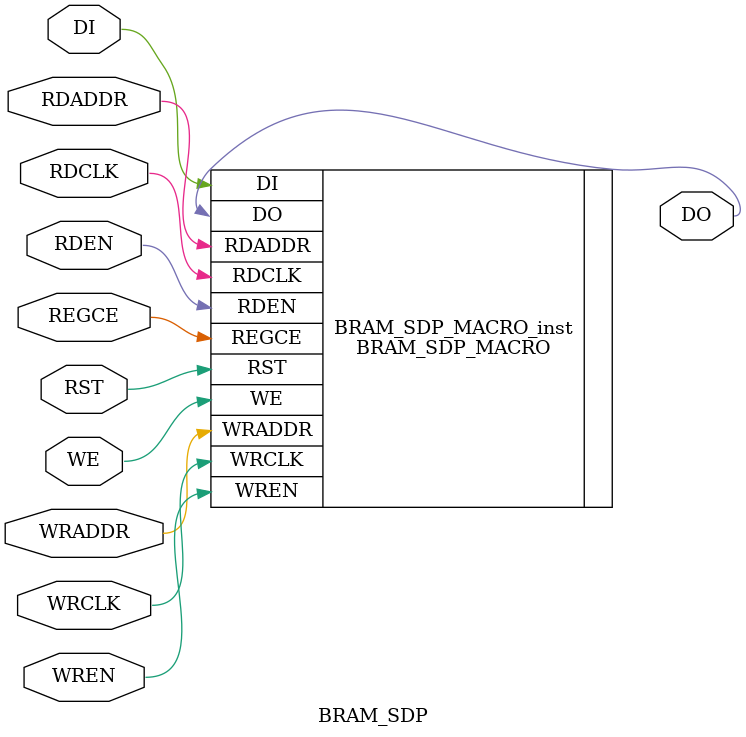
<source format=v>
module BRAM_SDP(output DO, input DI, input RDADDR, input RDCLK, input RDEN, input REGCE, input RST, input WE, input WRADDR, input WRCLK, input WREN);

BRAM_SDP_MACRO #(
   .BRAM_SIZE("36Kb"), // Target BRAM, "18Kb" or "36Kb"
   .DEVICE("7SERIES"), // Target device: "7SERIES"
   .WRITE_WIDTH(0),    // Valid values are 1-72 (37-72 only valid when BRAM_SIZE="36Kb")
   .READ_WIDTH(0),     // Valid values are 1-72 (37-72 only valid when BRAM_SIZE="36Kb")
   .DO_REG(0),         // Optional output register (0 or 1)
   .INIT_FILE ("NONE"),
   .SIM_COLLISION_CHECK ("ALL"), // Collision check enable "ALL", "WARNING_ONLY",
                                 //   "GENERATE_X_ONLY" or "NONE"
   .SRVAL(72'h000000000000000000), // Set/Reset value for port output
   .INIT(72'h000000000000000000),  // Initial values on output port
   .WRITE_MODE("WRITE_FIRST"),  // Specify "READ_FIRST" for same clock or synchronous clocks
                                //   Specify "WRITE_FIRST for asynchronous clocks on ports
   .INIT_00(256'h0000000000000000000000000000000000000000000000000000000000000000),
   .INIT_01(256'h0000000000000000000000000000000000000000000000000000000000000000),
   .INIT_02(256'h0000000000000000000000000000000000000000000000000000000000000000),
   .INIT_03(256'h0000000000000000000000000000000000000000000000000000000000000000),
   .INIT_04(256'h0000000000000000000000000000000000000000000000000000000000000000),
   .INIT_05(256'h0000000000000000000000000000000000000000000000000000000000000000),
   .INIT_06(256'h0000000000000000000000000000000000000000000000000000000000000000),
   .INIT_07(256'h0000000000000000000000000000000000000000000000000000000000000000),
   .INIT_08(256'h0000000000000000000000000000000000000000000000000000000000000000),
   .INIT_09(256'h0000000000000000000000000000000000000000000000000000000000000000),
   .INIT_0A(256'h0000000000000000000000000000000000000000000000000000000000000000),
   .INIT_0B(256'h0000000000000000000000000000000000000000000000000000000000000000),
   .INIT_0C(256'h0000000000000000000000000000000000000000000000000000000000000000),
   .INIT_0D(256'h0000000000000000000000000000000000000000000000000000000000000000),
   .INIT_0E(256'h0000000000000000000000000000000000000000000000000000000000000000),
   .INIT_0F(256'h0000000000000000000000000000000000000000000000000000000000000000),
   .INIT_10(256'h0000000000000000000000000000000000000000000000000000000000000000),
   .INIT_11(256'h0000000000000000000000000000000000000000000000000000000000000000),
   .INIT_12(256'h0000000000000000000000000000000000000000000000000000000000000000),
   .INIT_13(256'h0000000000000000000000000000000000000000000000000000000000000000),
   .INIT_14(256'h0000000000000000000000000000000000000000000000000000000000000000),
   .INIT_15(256'h0000000000000000000000000000000000000000000000000000000000000000),
   .INIT_16(256'h0000000000000000000000000000000000000000000000000000000000000000),
   .INIT_17(256'h0000000000000000000000000000000000000000000000000000000000000000),
   .INIT_18(256'h0000000000000000000000000000000000000000000000000000000000000000),
   .INIT_19(256'h0000000000000000000000000000000000000000000000000000000000000000),
   .INIT_1A(256'h0000000000000000000000000000000000000000000000000000000000000000),
   .INIT_1B(256'h0000000000000000000000000000000000000000000000000000000000000000),
   .INIT_1C(256'h0000000000000000000000000000000000000000000000000000000000000000),
   .INIT_1D(256'h0000000000000000000000000000000000000000000000000000000000000000),
   .INIT_1E(256'h0000000000000000000000000000000000000000000000000000000000000000),
   .INIT_1F(256'h0000000000000000000000000000000000000000000000000000000000000000),
   .INIT_20(256'h0000000000000000000000000000000000000000000000000000000000000000),
   .INIT_21(256'h0000000000000000000000000000000000000000000000000000000000000000),
   .INIT_22(256'h0000000000000000000000000000000000000000000000000000000000000000),
   .INIT_23(256'h0000000000000000000000000000000000000000000000000000000000000000),
   .INIT_24(256'h0000000000000000000000000000000000000000000000000000000000000000),
   .INIT_25(256'h0000000000000000000000000000000000000000000000000000000000000000),
   .INIT_26(256'h0000000000000000000000000000000000000000000000000000000000000000),
   .INIT_27(256'h0000000000000000000000000000000000000000000000000000000000000000),
   .INIT_28(256'h0000000000000000000000000000000000000000000000000000000000000000),
   .INIT_29(256'h0000000000000000000000000000000000000000000000000000000000000000),
   .INIT_2A(256'h0000000000000000000000000000000000000000000000000000000000000000),
   .INIT_2B(256'h0000000000000000000000000000000000000000000000000000000000000000),
   .INIT_2C(256'h0000000000000000000000000000000000000000000000000000000000000000),
   .INIT_2D(256'h0000000000000000000000000000000000000000000000000000000000000000),
   .INIT_2E(256'h0000000000000000000000000000000000000000000000000000000000000000),
   .INIT_2F(256'h0000000000000000000000000000000000000000000000000000000000000000),
   .INIT_30(256'h0000000000000000000000000000000000000000000000000000000000000000),
   .INIT_31(256'h0000000000000000000000000000000000000000000000000000000000000000),
   .INIT_32(256'h0000000000000000000000000000000000000000000000000000000000000000),
   .INIT_33(256'h0000000000000000000000000000000000000000000000000000000000000000),
   .INIT_34(256'h0000000000000000000000000000000000000000000000000000000000000000),
   .INIT_35(256'h0000000000000000000000000000000000000000000000000000000000000000),
   .INIT_36(256'h0000000000000000000000000000000000000000000000000000000000000000),
   .INIT_37(256'h0000000000000000000000000000000000000000000000000000000000000000),
   .INIT_38(256'h0000000000000000000000000000000000000000000000000000000000000000),
   .INIT_39(256'h0000000000000000000000000000000000000000000000000000000000000000),
   .INIT_3A(256'h0000000000000000000000000000000000000000000000000000000000000000),
   .INIT_3B(256'h0000000000000000000000000000000000000000000000000000000000000000),
   .INIT_3C(256'h0000000000000000000000000000000000000000000000000000000000000000),
   .INIT_3D(256'h0000000000000000000000000000000000000000000000000000000000000000),
   .INIT_3E(256'h0000000000000000000000000000000000000000000000000000000000000000),
   .INIT_3F(256'h0000000000000000000000000000000000000000000000000000000000000000),

   // The next set of INIT_xx are valid when configured as 36Kb
   .INIT_40(256'h0000000000000000000000000000000000000000000000000000000000000000),
   .INIT_41(256'h0000000000000000000000000000000000000000000000000000000000000000),
   .INIT_42(256'h0000000000000000000000000000000000000000000000000000000000000000),
   .INIT_43(256'h0000000000000000000000000000000000000000000000000000000000000000),
   .INIT_44(256'h0000000000000000000000000000000000000000000000000000000000000000),
   .INIT_45(256'h0000000000000000000000000000000000000000000000000000000000000000),
   .INIT_46(256'h0000000000000000000000000000000000000000000000000000000000000000),
   .INIT_47(256'h0000000000000000000000000000000000000000000000000000000000000000),
   .INIT_48(256'h0000000000000000000000000000000000000000000000000000000000000000),
   .INIT_49(256'h0000000000000000000000000000000000000000000000000000000000000000),
   .INIT_4A(256'h0000000000000000000000000000000000000000000000000000000000000000),
   .INIT_4B(256'h0000000000000000000000000000000000000000000000000000000000000000),
   .INIT_4C(256'h0000000000000000000000000000000000000000000000000000000000000000),
   .INIT_4D(256'h0000000000000000000000000000000000000000000000000000000000000000),
   .INIT_4E(256'h0000000000000000000000000000000000000000000000000000000000000000),
   .INIT_4F(256'h0000000000000000000000000000000000000000000000000000000000000000),
   .INIT_50(256'h0000000000000000000000000000000000000000000000000000000000000000),
   .INIT_51(256'h0000000000000000000000000000000000000000000000000000000000000000),
   .INIT_52(256'h0000000000000000000000000000000000000000000000000000000000000000),
   .INIT_53(256'h0000000000000000000000000000000000000000000000000000000000000000),
   .INIT_54(256'h0000000000000000000000000000000000000000000000000000000000000000),
   .INIT_55(256'h0000000000000000000000000000000000000000000000000000000000000000),
   .INIT_56(256'h0000000000000000000000000000000000000000000000000000000000000000),
   .INIT_57(256'h0000000000000000000000000000000000000000000000000000000000000000),
   .INIT_58(256'h0000000000000000000000000000000000000000000000000000000000000000),
   .INIT_59(256'h0000000000000000000000000000000000000000000000000000000000000000),
   .INIT_5A(256'h0000000000000000000000000000000000000000000000000000000000000000),
   .INIT_5B(256'h0000000000000000000000000000000000000000000000000000000000000000),
   .INIT_5C(256'h0000000000000000000000000000000000000000000000000000000000000000),
   .INIT_5D(256'h0000000000000000000000000000000000000000000000000000000000000000),
   .INIT_5E(256'h0000000000000000000000000000000000000000000000000000000000000000),
   .INIT_5F(256'h0000000000000000000000000000000000000000000000000000000000000000),
   .INIT_60(256'h0000000000000000000000000000000000000000000000000000000000000000),
   .INIT_61(256'h0000000000000000000000000000000000000000000000000000000000000000),
   .INIT_62(256'h0000000000000000000000000000000000000000000000000000000000000000),
   .INIT_63(256'h0000000000000000000000000000000000000000000000000000000000000000),
   .INIT_64(256'h0000000000000000000000000000000000000000000000000000000000000000),
   .INIT_65(256'h0000000000000000000000000000000000000000000000000000000000000000),
   .INIT_66(256'h0000000000000000000000000000000000000000000000000000000000000000),
   .INIT_67(256'h0000000000000000000000000000000000000000000000000000000000000000),
   .INIT_68(256'h0000000000000000000000000000000000000000000000000000000000000000),
   .INIT_69(256'h0000000000000000000000000000000000000000000000000000000000000000),
   .INIT_6A(256'h0000000000000000000000000000000000000000000000000000000000000000),
   .INIT_6B(256'h0000000000000000000000000000000000000000000000000000000000000000),
   .INIT_6C(256'h0000000000000000000000000000000000000000000000000000000000000000),
   .INIT_6D(256'h0000000000000000000000000000000000000000000000000000000000000000),
   .INIT_6E(256'h0000000000000000000000000000000000000000000000000000000000000000),
   .INIT_6F(256'h0000000000000000000000000000000000000000000000000000000000000000),
   .INIT_70(256'h0000000000000000000000000000000000000000000000000000000000000000),
   .INIT_71(256'h0000000000000000000000000000000000000000000000000000000000000000),
   .INIT_72(256'h0000000000000000000000000000000000000000000000000000000000000000),
   .INIT_73(256'h0000000000000000000000000000000000000000000000000000000000000000),
   .INIT_74(256'h0000000000000000000000000000000000000000000000000000000000000000),
   .INIT_75(256'h0000000000000000000000000000000000000000000000000000000000000000),
   .INIT_76(256'h0000000000000000000000000000000000000000000000000000000000000000),
   .INIT_77(256'h0000000000000000000000000000000000000000000000000000000000000000),
   .INIT_78(256'h0000000000000000000000000000000000000000000000000000000000000000),
   .INIT_79(256'h0000000000000000000000000000000000000000000000000000000000000000),
   .INIT_7A(256'h0000000000000000000000000000000000000000000000000000000000000000),
   .INIT_7B(256'h0000000000000000000000000000000000000000000000000000000000000000),
   .INIT_7C(256'h0000000000000000000000000000000000000000000000000000000000000000),
   .INIT_7D(256'h0000000000000000000000000000000000000000000000000000000000000000),
   .INIT_7E(256'h0000000000000000000000000000000000000000000000000000000000000000),
   .INIT_7F(256'h0000000000000000000000000000000000000000000000000000000000000000),

   // The next set of INITP_xx are for the parity bits
   .INITP_00(256'h0000000000000000000000000000000000000000000000000000000000000000),
   .INITP_01(256'h0000000000000000000000000000000000000000000000000000000000000000),
   .INITP_02(256'h0000000000000000000000000000000000000000000000000000000000000000),
   .INITP_03(256'h0000000000000000000000000000000000000000000000000000000000000000),
   .INITP_04(256'h0000000000000000000000000000000000000000000000000000000000000000),
   .INITP_05(256'h0000000000000000000000000000000000000000000000000000000000000000),
   .INITP_06(256'h0000000000000000000000000000000000000000000000000000000000000000),
   .INITP_07(256'h0000000000000000000000000000000000000000000000000000000000000000),

   // The next set of INITP_xx are valid when configured as 36Kb
   .INITP_08(256'h0000000000000000000000000000000000000000000000000000000000000000),
   .INITP_09(256'h0000000000000000000000000000000000000000000000000000000000000000),
   .INITP_0A(256'h0000000000000000000000000000000000000000000000000000000000000000),
   .INITP_0B(256'h0000000000000000000000000000000000000000000000000000000000000000),
   .INITP_0C(256'h0000000000000000000000000000000000000000000000000000000000000000),
   .INITP_0D(256'h0000000000000000000000000000000000000000000000000000000000000000),
   .INITP_0E(256'h0000000000000000000000000000000000000000000000000000000000000000),
   .INITP_0F(256'h0000000000000000000000000000000000000000000000000000000000000000)
) BRAM_SDP_MACRO_inst (
   .DO(DO),         // Output read data port, width defined by READ_WIDTH parameter
   .DI(DI),         // Input write data port, width defined by WRITE_WIDTH parameter
   .RDADDR(RDADDR), // Input read address, width defined by read port depth
   .RDCLK(RDCLK),   // 1-bit input read clock
   .RDEN(RDEN),     // 1-bit input read port enable
   .REGCE(REGCE),   // 1-bit input read output register enable
   .RST(RST),       // 1-bit input reset
   .WE(WE),         // Input write enable, width defined by write port depth
   .WRADDR(WRADDR), // Input write address, width defined by write port depth
   .WRCLK(WRCLK),   // 1-bit input write clock
   .WREN(WREN)      // 1-bit input write port enable
);
 endmodule

</source>
